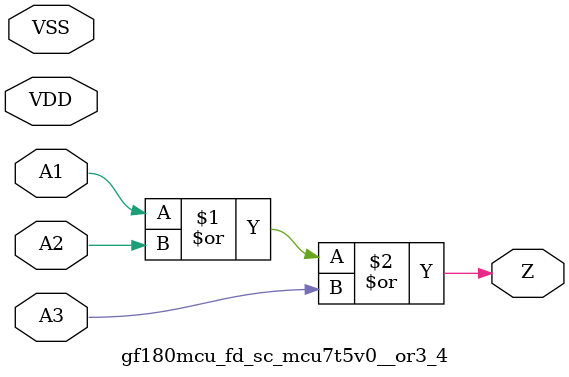
<source format=v>

module gf180mcu_fd_sc_mcu7t5v0__or3_4( A3, A2, A1, Z, VDD, VSS );
input A1, A2, A3;
inout VDD, VSS;
output Z;

	or MGM_BG_0( Z, A1, A2, A3 );

endmodule

</source>
